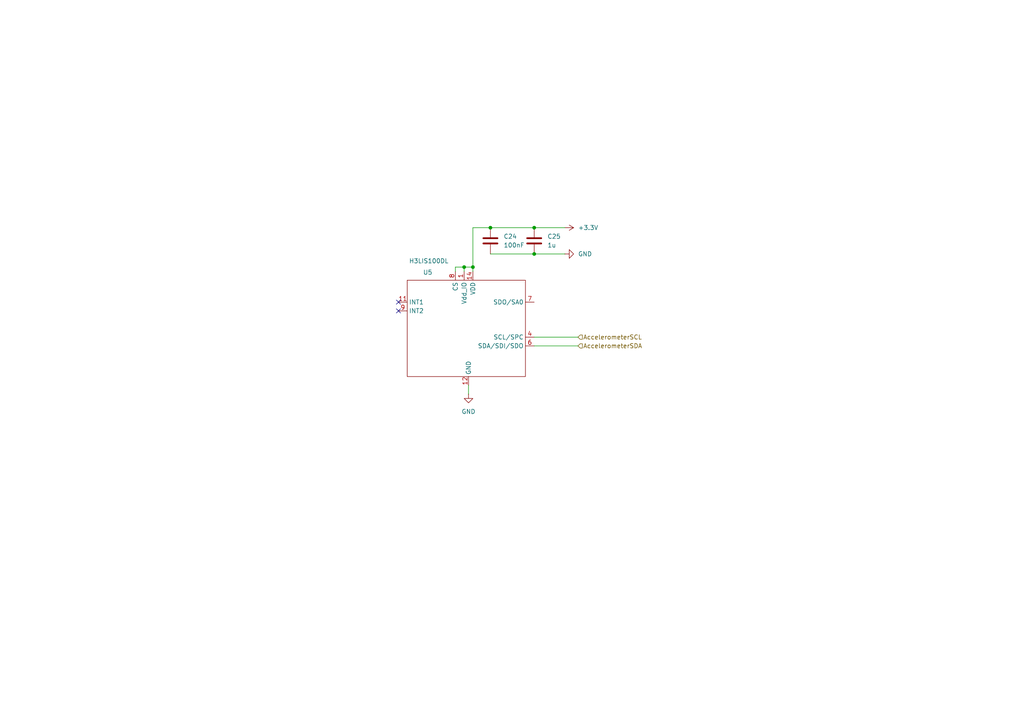
<source format=kicad_sch>
(kicad_sch (version 20250114) (generator "eeschema") (generator_version "9.0")
  (paper "A4")
  (lib_symbols
    (symbol "Device:C" (pin_numbers (hide yes)) (pin_names (offset 0.254))
      (property "Reference" "C" (at 0.635 2.54 0))
      (property "Value" "C" (at 0.635 -2.54 0))
      (symbol "C_0_1"
        (polyline (pts (xy -2.032 0.762) (xy 2.032 0.762)) (stroke (width 0.508)))
        (polyline (pts (xy -2.032 -0.762) (xy 2.032 -0.762)) (stroke (width 0.508)))
      )
      (symbol "C_1_1"
        (pin passive line (at 0 3.81 270) (length 2.794) (name "~") (number "1"))
        (pin passive line (at 0 -3.81 90) (length 2.794) (name "~") (number "2"))
      )
    )
    (symbol "Footprints:H3LIS100DL"
      (property "Reference" "U5" (at -0.508 11.176 0))
      (property "Value" "H3LIS100DL" (at -4.572 14.478 0))
      (symbol "H3LIS100DL_0_1"
        (rectangle (start -5.08 8.89) (end 29.21 -19.05))
      )
      (symbol "H3LIS100DL_1_1"
        (pin input line (at -7.62 2.54 0) (length 2.54) (name "INT1") (number "11"))
        (pin input line (at -7.62 0 0) (length 2.54) (name "INT2") (number "9"))
        (pin input line (at 8.89 11.43 270) (length 2.54) (name "CS") (number "8"))
        (pin power_in line (at 11.43 11.43 270) (length 2.54) (name "Vdd_IO") (number "1"))
        (pin power_in line (at 12.7 -21.59 90) (length 2.54) (name "GND") (number "12"))
        (pin power_in line (at 13.97 11.43 270) (length 2.54) (name "VDD") (number "14"))
        (pin input line (at 31.75 2.54 180) (length 2.54) (name "SDO/SA0") (number "7"))
        (pin input line (at 31.75 -7.62 180) (length 2.54) (name "SCL/SPC") (number "4"))
        (pin input line (at 31.75 -10.16 180) (length 2.54) (name "SDA/SDI/SDO") (number "6"))
      )
    )
    (symbol "power:+3.3V" (power) (pin_numbers (hide yes)) (pin_names (offset 0) (hide yes))
      (property "Value" "+3.3V" (at 0 3.556 0))
      (symbol "+3.3V_0_1"
        (polyline (pts (xy -0.762 1.27) (xy 0 2.54)))
        (polyline (pts (xy 0 2.54) (xy 0.762 1.27)))
        (polyline (pts (xy 0 0) (xy 0 2.54)))
      )
      (symbol "+3.3V_1_1"
        (pin power_in line (at 0 0 90) (length 0) (name "~") (number "1"))
      )
    )
    (symbol "power:GND" (power) (pin_numbers (hide yes)) (pin_names (offset 0) (hide yes))
      (property "Value" "GND" (at 0 -3.81 0))
      (symbol "GND_0_1"
        (polyline (pts (xy 0 0) (xy 0 -1.27) (xy 1.27 -1.27) (xy 0 -2.54) (xy -1.27 -1.27) (xy 0 -1.27)))
      )
      (symbol "GND_1_1"
        (pin power_in line (at 0 0 270) (length 0) (name "~") (number "1"))
      )
    )
  )
  (junction (at 154.94 66.04))
  (junction (at 154.94 73.66))
  (junction (at 134.62 77.47))
  (junction (at 137.16 77.47))
  (junction (at 142.24 66.04))
  (no_connect (at 115.57 87.63))
  (no_connect (at 115.57 90.17))
  (wire (pts (xy 137.16 77.47) (xy 137.16 78.74)))
  (wire (pts (xy 132.08 78.74) (xy 132.08 77.47)))
  (wire (pts (xy 132.08 77.47) (xy 134.62 77.47)))
  (wire (pts (xy 134.62 77.47) (xy 137.16 77.47)))
  (wire (pts (xy 167.64 100.33) (xy 154.94 100.33)))
  (wire (pts (xy 142.24 66.04) (xy 154.94 66.04)))
  (wire (pts (xy 154.94 66.04) (xy 163.83 66.04)))
  (wire (pts (xy 135.89 111.76) (xy 135.89 114.3)))
  (wire (pts (xy 134.62 78.74) (xy 134.62 77.47)))
  (wire (pts (xy 142.24 73.66) (xy 154.94 73.66)))
  (wire (pts (xy 137.16 66.04) (xy 142.24 66.04)))
  (wire (pts (xy 154.94 73.66) (xy 163.83 73.66)))
  (wire (pts (xy 167.64 97.79) (xy 154.94 97.79)))
  (wire (pts (xy 137.16 66.04) (xy 137.16 77.47)))
  (hierarchical_label "AccelerometerSDA" (shape input) (at 167.64 100.33 0))
  (hierarchical_label "AccelerometerSCL" (shape input) (at 167.64 97.79 0))
  (symbol (lib_id "Device:C") (at 142.24 69.85 180) (unit 1)
    (property "Reference" "C24" (at 146.05 68.5799 0) (effects (justify right)))
    (property "Value" "100nF" (at 146.05 71.1199 0) (effects (justify right)))
    (property "Description" "Unpolarized capacitor" (effects (hide yes)))
  )
  (symbol (lib_id "Footprints:H3LIS100DL") (at 123.19 90.17 0) (unit 1)
    (property "Reference" "U5" (at 122.682 78.994 0) (effects (justify left)))
    (property "Value" "H3LIS100DL" (at 118.618 75.692 0) (effects (justify left)))
    (property "Footprint" "myFootprints:PQFN50P300X300X100-16N" (effects (hide yes)))
    (property "LCSC Part" "C2655068" (effects (hide yes)))
  )
  (symbol (lib_id "power:GND") (at 163.83 73.66 90) (unit 1)
    (property "Reference" "#PWR074" (effects (hide yes)))
    (property "Value" "GND" (at 167.64 73.6599 90) (effects (justify right)))
    (property "Description" "Power symbol creates a global label with name \"GND\" , ground" (effects (hide yes)))
  )
  (symbol (lib_id "power:GND") (at 135.89 114.3 0) (unit 1)
    (property "Reference" "#PWR077" (effects (hide yes)))
    (property "Value" "GND" (at 135.89 119.38 0))
    (property "Description" "Power symbol creates a global label with name \"GND\" , ground" (effects (hide yes)))
  )
  (symbol (lib_id "Device:C") (at 154.94 69.85 180) (unit 1)
    (property "Reference" "C25" (at 158.75 68.5799 0) (effects (justify right)))
    (property "Value" "1u" (at 158.75 71.1199 0) (effects (justify right)))
    (property "Description" "Unpolarized capacitor" (effects (hide yes)))
  )
  (symbol (lib_id "power:+3.3V") (at 163.83 66.04 270) (unit 1)
    (property "Reference" "#PWR075" (effects (hide yes)))
    (property "Value" "+3.3V" (at 167.64 66.0399 90) (effects (justify left)))
    (property "Description" "Power symbol creates a global label with name \"+3.3V\"" (effects (hide yes)))
  )
)
</source>
